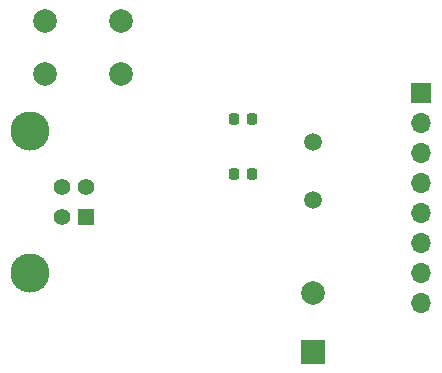
<source format=gbr>
%TF.GenerationSoftware,KiCad,Pcbnew,8.0.3*%
%TF.CreationDate,2024-07-10T12:56:16+05:30*%
%TF.ProjectId,Project_Rfid,50726f6a-6563-4745-9f52-6669642e6b69,rev?*%
%TF.SameCoordinates,Original*%
%TF.FileFunction,Soldermask,Bot*%
%TF.FilePolarity,Negative*%
%FSLAX46Y46*%
G04 Gerber Fmt 4.6, Leading zero omitted, Abs format (unit mm)*
G04 Created by KiCad (PCBNEW 8.0.3) date 2024-07-10 12:56:16*
%MOMM*%
%LPD*%
G01*
G04 APERTURE LIST*
G04 Aperture macros list*
%AMRoundRect*
0 Rectangle with rounded corners*
0 $1 Rounding radius*
0 $2 $3 $4 $5 $6 $7 $8 $9 X,Y pos of 4 corners*
0 Add a 4 corners polygon primitive as box body*
4,1,4,$2,$3,$4,$5,$6,$7,$8,$9,$2,$3,0*
0 Add four circle primitives for the rounded corners*
1,1,$1+$1,$2,$3*
1,1,$1+$1,$4,$5*
1,1,$1+$1,$6,$7*
1,1,$1+$1,$8,$9*
0 Add four rect primitives between the rounded corners*
20,1,$1+$1,$2,$3,$4,$5,0*
20,1,$1+$1,$4,$5,$6,$7,0*
20,1,$1+$1,$6,$7,$8,$9,0*
20,1,$1+$1,$8,$9,$2,$3,0*%
G04 Aperture macros list end*
%ADD10R,1.700000X1.700000*%
%ADD11O,1.700000X1.700000*%
%ADD12R,1.408000X1.408000*%
%ADD13C,1.408000*%
%ADD14C,3.316000*%
%ADD15R,2.000000X2.000000*%
%ADD16C,2.000000*%
%ADD17C,1.500000*%
%ADD18RoundRect,0.225000X0.225000X0.250000X-0.225000X0.250000X-0.225000X-0.250000X0.225000X-0.250000X0*%
G04 APERTURE END LIST*
D10*
%TO.C,J1*%
X154305000Y-101727000D03*
D11*
X154305000Y-104267000D03*
X154305000Y-106807000D03*
X154305000Y-109347000D03*
X154305000Y-111887000D03*
X154305000Y-114427000D03*
X154305000Y-116967000D03*
X154305000Y-119507000D03*
%TD*%
D12*
%TO.C,J2*%
X125872000Y-112191000D03*
D13*
X125872000Y-109691000D03*
X123872000Y-109691000D03*
X123872000Y-112191000D03*
D14*
X121172000Y-104921000D03*
X121172000Y-116961000D03*
%TD*%
D15*
%TO.C,BZ1*%
X145161000Y-123655785D03*
D16*
X145161000Y-118655785D03*
%TD*%
D17*
%TO.C,Y1*%
X145161000Y-110744000D03*
X145161000Y-105864000D03*
%TD*%
D16*
%TO.C,SW1*%
X122405000Y-95576000D03*
X128905000Y-95576000D03*
X122405000Y-100076000D03*
X128905000Y-100076000D03*
%TD*%
D18*
%TO.C,C2*%
X139954000Y-108585000D03*
X138404000Y-108585000D03*
%TD*%
%TO.C,C1*%
X139954000Y-103886000D03*
X138404000Y-103886000D03*
%TD*%
M02*

</source>
